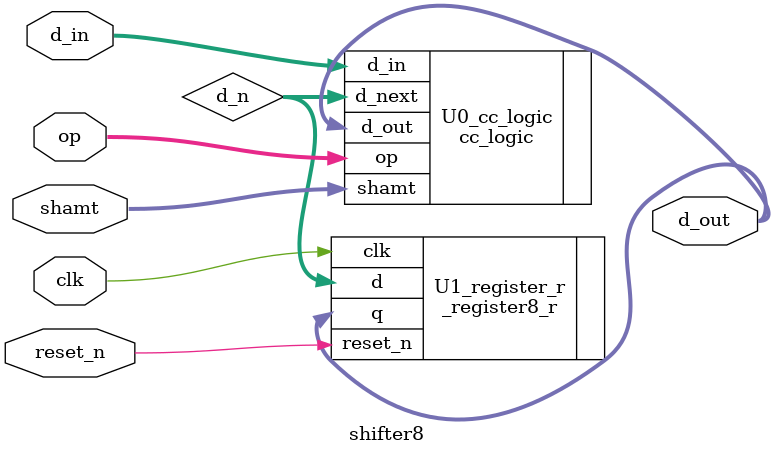
<source format=v>
module shifter8(clk,reset_n,op,shamt,d_in,d_out);
//set input output
	input clk,reset_n;
	input [2:0]op;
	input [1:0]shamt;
	input [7:0]d_in;
	output [7:0] d_out;
	//declare wire
	wire [7:0]d_n;
	//instance cc_logic and register8
	cc_logic U0_cc_logic(.op(op),.shamt(shamt),.d_in(d_in),.d_out(d_out),.d_next(d_n));
	_register8_r U1_register_r(.clk(clk),.reset_n(reset_n),.d(d_n),.q(d_out));
	
endmodule

</source>
